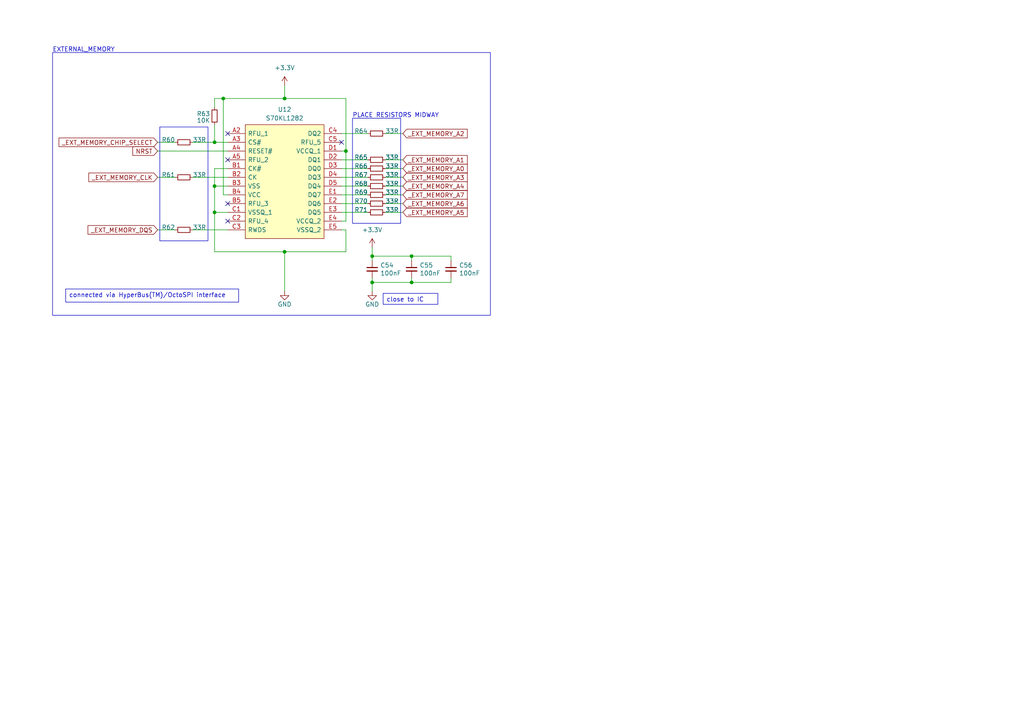
<source format=kicad_sch>
(kicad_sch (version 20231120) (generator "eeschema") (generator_version "8.0")
  (paper "A4")
  (lib_symbols
    (symbol "Device:C_Small" (pin_numbers hide) (pin_names (offset 0.254) hide)
      (property "Reference" "C" (at 0.254 1.778 0))
      (property "Value" "C_Small" (at 0.254 -2.032 0))
      (symbol "C_Small_0_1"
        (polyline (pts (xy -1.524 -0.508) (xy 1.524 -0.508)) (stroke (width 0.3302)))
        (polyline (pts (xy -1.524 0.508) (xy 1.524 0.508)) (stroke (width 0.3048)))
      )
      (symbol "C_Small_1_1"
        (pin passive line (at 0 2.54 270) (length 2.032) (name "~") (number "1"))
        (pin passive line (at 0 -2.54 90) (length 2.032) (name "~") (number "2"))
      )
    )
    (symbol "Device:R_Small" (pin_numbers hide) (pin_names (offset 0.254) hide)
      (property "Reference" "R" (at 0.762 0.508 0))
      (property "Value" "R_Small" (at 0.762 -1.016 0))
      (symbol "R_Small_0_1"
        (rectangle (start -0.762 1.778) (end 0.762 -1.778) (stroke (width 0.2032)))
      )
      (symbol "R_Small_1_1"
        (pin passive line (at 0 2.54 270) (length 0.762) (name "~") (number "1"))
        (pin passive line (at 0 -2.54 90) (length 0.762) (name "~") (number "2"))
      )
    )
    (symbol "S70KL1282:S70KL1282" (pin_names (offset 0.762))
      (property "Reference" "IC" (at 16.51 -33.02 0))
      (property "Value" "S70KL1282" (at 16.51 -35.56 0))
      (symbol "S70KL1282_0_0"
        (pin passive line (at 0 0 0) (length 5.08) (name "RFU_1") (number "A2"))
        (pin passive line (at 0 -2.54 0) (length 5.08) (name "CS#") (number "A3"))
        (pin passive line (at 0 -5.08 0) (length 5.08) (name "RESET#") (number "A4"))
        (pin passive line (at 0 -7.62 0) (length 5.08) (name "RFU_2") (number "A5"))
        (pin passive line (at 0 -10.16 0) (length 5.08) (name "CK#") (number "B1"))
        (pin passive line (at 0 -12.7 0) (length 5.08) (name "CK") (number "B2"))
        (pin passive line (at 0 -15.24 0) (length 5.08) (name "VSS") (number "B3"))
        (pin passive line (at 0 -17.78 0) (length 5.08) (name "VCC") (number "B4"))
        (pin passive line (at 0 -20.32 0) (length 5.08) (name "RFU_3") (number "B5"))
        (pin passive line (at 0 -22.86 0) (length 5.08) (name "VSSQ_1") (number "C1"))
        (pin passive line (at 0 -25.4 0) (length 5.08) (name "RFU_4") (number "C2"))
        (pin passive line (at 0 -27.94 0) (length 5.08) (name "RWDS") (number "C3"))
        (pin passive line (at 33.02 0 180) (length 5.08) (name "DQ2") (number "C4"))
        (pin passive line (at 33.02 -2.54 180) (length 5.08) (name "RFU_5") (number "C5"))
        (pin passive line (at 33.02 -5.08 180) (length 5.08) (name "VCCQ_1") (number "D1"))
        (pin passive line (at 33.02 -7.62 180) (length 5.08) (name "DQ1") (number "D2"))
        (pin passive line (at 33.02 -10.16 180) (length 5.08) (name "DQ0") (number "D3"))
        (pin passive line (at 33.02 -12.7 180) (length 5.08) (name "DQ3") (number "D4"))
        (pin passive line (at 33.02 -15.24 180) (length 5.08) (name "DQ4") (number "D5"))
        (pin passive line (at 33.02 -17.78 180) (length 5.08) (name "DQ7") (number "E1"))
        (pin passive line (at 33.02 -20.32 180) (length 5.08) (name "DQ6") (number "E2"))
        (pin passive line (at 33.02 -22.86 180) (length 5.08) (name "DQ5") (number "E3"))
        (pin passive line (at 33.02 -25.4 180) (length 5.08) (name "VCCQ_2") (number "E4"))
        (pin passive line (at 33.02 -27.94 180) (length 5.08) (name "VSSQ_2") (number "E5"))
      )
      (symbol "S70KL1282_0_1"
        (polyline (pts (xy 5.08 2.54) (xy 27.94 2.54) (xy 27.94 -30.48) (xy 5.08 -30.48) (xy 5.08 2.54)) (stroke (width 0.1524)))
      )
      (symbol "S70KL1282_1_1"
        (rectangle (start 5.08 2.54) (end 27.94 -30.48) (stroke (width -0.0001)) (fill (type background)))
      )
    )
    (symbol "power:+3.3V" (power) (pin_names (offset 0))
      (property "Value" "+3.3V" (at 0 3.556 0))
      (symbol "+3.3V_0_1"
        (polyline (pts (xy -0.762 1.27) (xy 0 2.54)))
        (polyline (pts (xy 0 0) (xy 0 2.54)))
        (polyline (pts (xy 0 2.54) (xy 0.762 1.27)))
      )
      (symbol "+3.3V_1_1"
        (pin power_in line (at 0 0 90) (length 0) hide (name "+3.3V") (number "1"))
      )
    )
    (symbol "power:GND" (power) (pin_names (offset 0))
      (property "Value" "GND" (at 0 -3.81 0))
      (symbol "GND_0_1"
        (polyline (pts (xy 0 0) (xy 0 -1.27) (xy 1.27 -1.27) (xy 0 -2.54) (xy -1.27 -1.27) (xy 0 -1.27)))
      )
      (symbol "GND_1_1"
        (pin power_in line (at 0 0 270) (length 0) hide (name "GND") (number "1"))
      )
    )
  )
  (junction (at 100.33 43.815))
  (junction (at 107.95 74.295))
  (junction (at 62.23 53.975))
  (junction (at 119.38 81.915))
  (junction (at 64.77 28.575))
  (junction (at 119.38 74.295))
  (junction (at 82.55 73.025))
  (junction (at 82.55 28.575))
  (junction (at 62.23 41.275))
  (junction (at 62.23 61.595))
  (junction (at 107.95 81.915))
  (no_connect (at 99.06 41.275))
  (no_connect (at 66.04 46.355))
  (no_connect (at 66.04 38.735))
  (no_connect (at 66.04 59.055))
  (no_connect (at 66.04 64.135))
  (wire (pts (xy 111.76 59.055) (xy 116.84 59.055)))
  (wire (pts (xy 100.33 66.675) (xy 100.33 73.025)))
  (wire (pts (xy 64.77 56.515) (xy 64.77 28.575)))
  (wire (pts (xy 130.81 81.915) (xy 119.38 81.915)))
  (wire (pts (xy 62.23 31.115) (xy 62.23 28.575)))
  (wire (pts (xy 55.88 51.435) (xy 66.04 51.435)))
  (wire (pts (xy 82.55 73.025) (xy 100.33 73.025)))
  (wire (pts (xy 99.06 59.055) (xy 106.68 59.055)))
  (wire (pts (xy 62.23 41.275) (xy 66.04 41.275)))
  (wire (pts (xy 119.38 80.645) (xy 119.38 81.915)))
  (wire (pts (xy 100.33 28.575) (xy 100.33 43.815)))
  (wire (pts (xy 100.33 28.575) (xy 82.55 28.575)))
  (wire (pts (xy 66.04 56.515) (xy 64.77 56.515)))
  (wire (pts (xy 62.23 53.975) (xy 66.04 53.975)))
  (wire (pts (xy 64.77 28.575) (xy 82.55 28.575)))
  (wire (pts (xy 107.95 74.295) (xy 107.95 75.565)))
  (wire (pts (xy 55.88 66.675) (xy 66.04 66.675)))
  (wire (pts (xy 62.23 36.195) (xy 62.23 41.275)))
  (wire (pts (xy 62.23 61.595) (xy 62.23 73.025)))
  (wire (pts (xy 111.76 38.735) (xy 116.84 38.735)))
  (wire (pts (xy 62.23 61.595) (xy 66.04 61.595)))
  (wire (pts (xy 107.95 81.915) (xy 107.95 84.455)))
  (wire (pts (xy 119.38 74.295) (xy 130.81 74.295)))
  (wire (pts (xy 99.06 61.595) (xy 106.68 61.595)))
  (wire (pts (xy 111.76 48.895) (xy 116.84 48.895)))
  (wire (pts (xy 45.72 43.815) (xy 66.04 43.815)))
  (wire (pts (xy 99.06 51.435) (xy 106.68 51.435)))
  (wire (pts (xy 82.55 73.025) (xy 82.55 84.455)))
  (wire (pts (xy 119.38 74.295) (xy 119.38 75.565)))
  (wire (pts (xy 99.06 48.895) (xy 106.68 48.895)))
  (wire (pts (xy 45.72 66.675) (xy 50.8 66.675)))
  (wire (pts (xy 62.23 28.575) (xy 64.77 28.575)))
  (wire (pts (xy 111.76 53.975) (xy 116.84 53.975)))
  (wire (pts (xy 100.33 43.815) (xy 100.33 64.135)))
  (wire (pts (xy 62.23 48.895) (xy 62.23 53.975)))
  (wire (pts (xy 82.55 24.765) (xy 82.55 28.575)))
  (wire (pts (xy 99.06 38.735) (xy 106.68 38.735)))
  (wire (pts (xy 99.06 56.515) (xy 106.68 56.515)))
  (wire (pts (xy 99.06 66.675) (xy 100.33 66.675)))
  (wire (pts (xy 45.72 51.435) (xy 50.8 51.435)))
  (wire (pts (xy 130.81 80.645) (xy 130.81 81.915)))
  (wire (pts (xy 99.06 46.355) (xy 106.68 46.355)))
  (wire (pts (xy 99.06 64.135) (xy 100.33 64.135)))
  (wire (pts (xy 99.06 43.815) (xy 100.33 43.815)))
  (wire (pts (xy 107.95 71.755) (xy 107.95 74.295)))
  (wire (pts (xy 111.76 61.595) (xy 116.84 61.595)))
  (wire (pts (xy 99.06 53.975) (xy 106.68 53.975)))
  (wire (pts (xy 62.23 53.975) (xy 62.23 61.595)))
  (wire (pts (xy 111.76 56.515) (xy 116.84 56.515)))
  (wire (pts (xy 107.95 80.645) (xy 107.95 81.915)))
  (wire (pts (xy 111.76 51.435) (xy 116.84 51.435)))
  (wire (pts (xy 107.95 74.295) (xy 119.38 74.295)))
  (wire (pts (xy 66.04 48.895) (xy 62.23 48.895)))
  (wire (pts (xy 119.38 81.915) (xy 107.95 81.915)))
  (wire (pts (xy 45.72 41.275) (xy 50.8 41.275)))
  (wire (pts (xy 111.76 46.355) (xy 116.84 46.355)))
  (wire (pts (xy 130.81 74.295) (xy 130.81 75.565)))
  (wire (pts (xy 62.23 73.025) (xy 82.55 73.025)))
  (wire (pts (xy 55.88 41.275) (xy 62.23 41.275)))
  (rectangle (start 15.24 15.24) (end 142.24 91.44))
  (rectangle (start 102.235 34.29) (end 116.205 64.77))
  (rectangle (start 46.355 36.83) (end 60.325 69.85))
  (text_box "connected via HyperBus(TM)/OctoSPI interface" (at 19.05 83.82 0) (size 50.165 3.81) (effects (font (size 1.27 1.27)) (justify left top)))
  (text_box "close to IC" (at 111.125 85.09 0) (size 15.875 3.175) (effects (font (size 1.27 1.27)) (justify left top)))
  (text "PLACE RESISTORS MIDWAY" (at 102.235 34.29 0) (effects (font (size 1.27 1.27)) (justify left bottom)))
  (text "EXTERNAL_MEMORY" (at 15.24 15.24 0) (effects (font (size 1.27 1.27)) (justify left bottom)))
  (global_label "_EXT_MEMORY_A7" (shape input) (at 116.84 56.515 0) (property "Intersheetrefs" "${INTERSHEET_REFS}" (effects (hide yes))))
  (global_label "_EXT_MEMORY_A1" (shape input) (at 116.84 46.355 0) (property "Intersheetrefs" "${INTERSHEET_REFS}" (effects (hide yes))))
  (global_label "_EXT_MEMORY_A5" (shape input) (at 116.84 61.595 0) (property "Intersheetrefs" "${INTERSHEET_REFS}" (effects (hide yes))))
  (global_label "_EXT_MEMORY_A2" (shape input) (at 116.84 38.735 0) (property "Intersheetrefs" "${INTERSHEET_REFS}" (effects (hide yes))))
  (global_label "_EXT_MEMORY_CHIP_SELECT" (shape input) (at 45.72 41.275 180) (property "Intersheetrefs" "${INTERSHEET_REFS}" (effects (hide yes))))
  (global_label "_EXT_MEMORY_CLK" (shape input) (at 45.72 51.435 180) (property "Intersheetrefs" "${INTERSHEET_REFS}" (effects (hide yes))))
  (global_label "_EXT_MEMORY_DQS" (shape input) (at 45.72 66.675 180) (property "Intersheetrefs" "${INTERSHEET_REFS}" (effects (hide yes))))
  (global_label "NRST" (shape input) (at 45.72 43.815 180) (property "Intersheetrefs" "${INTERSHEET_REFS}" (effects (hide yes))))
  (global_label "_EXT_MEMORY_A3" (shape input) (at 116.84 51.435 0) (property "Intersheetrefs" "${INTERSHEET_REFS}" (effects (hide yes))))
  (global_label "_EXT_MEMORY_A6" (shape input) (at 116.84 59.055 0) (property "Intersheetrefs" "${INTERSHEET_REFS}" (effects (hide yes))))
  (global_label "_EXT_MEMORY_A4" (shape input) (at 116.84 53.975 0) (property "Intersheetrefs" "${INTERSHEET_REFS}" (effects (hide yes))))
  (global_label "_EXT_MEMORY_A0" (shape input) (at 116.84 48.895 0) (property "Intersheetrefs" "${INTERSHEET_REFS}" (effects (hide yes))))
  (symbol (lib_id "Device:R_Small") (at 109.22 56.515 90) (unit 1)
    (property "Reference" "R69" (at 106.68 56.515 90) (effects (justify left top)))
    (property "Value" "33R" (at 111.76 56.515 90) (effects (justify right top)))
    (property "Footprint" "Resistor_SMD:R_0402_1005Metric" (effects (hide yes)))
    (property "Description" "62.5mW" (effects (hide yes)))
    (property "JLCPCB" "C138002" (effects (hide yes)))
  )
  (symbol (lib_id "Device:R_Small") (at 53.34 41.275 90) (unit 1)
    (property "Reference" "R60" (at 50.8 41.275 90) (effects (justify left top)))
    (property "Value" "33R" (at 55.88 41.275 90) (effects (justify right top)))
    (property "Footprint" "Resistor_SMD:R_0402_1005Metric" (effects (hide yes)))
    (property "Description" "62.5mW" (effects (hide yes)))
    (property "JLCPCB" "C138002" (effects (hide yes)))
  )
  (symbol (lib_id "Device:R_Small") (at 53.34 66.675 90) (unit 1)
    (property "Reference" "R62" (at 50.8 66.675 90) (effects (justify left top)))
    (property "Value" "33R" (at 55.88 66.675 90) (effects (justify right top)))
    (property "Footprint" "Resistor_SMD:R_0402_1005Metric" (effects (hide yes)))
    (property "Description" "62.5mW" (effects (hide yes)))
    (property "JLCPCB" "C138002" (effects (hide yes)))
  )
  (symbol (lib_id "Device:C_Small") (at 107.95 78.105 0) (unit 1)
    (property "Reference" "C54" (at 110.2868 76.9366 0) (effects (justify left)))
    (property "Value" "100nF" (at 110.2868 79.248 0) (effects (justify left)))
    (property "Footprint" "Capacitor_SMD:C_0402_1005Metric" (effects (hide yes)))
    (property "Description" "16V" (effects (hide yes)))
    (property "JLCPCB" "C1525" (effects (hide yes)))
  )
  (symbol (lib_id "power:GND") (at 107.95 84.455 0) (unit 1)
    (property "Reference" "#PWR093" (effects (hide yes)))
    (property "Value" "GND" (at 107.95 88.265 0))
  )
  (symbol (lib_id "Device:C_Small") (at 130.81 78.105 0) (unit 1)
    (property "Reference" "C56" (at 133.1468 76.9366 0) (effects (justify left)))
    (property "Value" "100nF" (at 133.1468 79.248 0) (effects (justify left)))
    (property "Footprint" "Capacitor_SMD:C_0402_1005Metric" (effects (hide yes)))
    (property "Description" "16V" (effects (hide yes)))
    (property "JLCPCB" "C1525" (effects (hide yes)))
  )
  (symbol (lib_id "Device:R_Small") (at 109.22 46.355 90) (unit 1)
    (property "Reference" "R65" (at 106.68 46.355 90) (effects (justify left top)))
    (property "Value" "33R" (at 111.76 46.355 90) (effects (justify right top)))
    (property "Footprint" "Resistor_SMD:R_0402_1005Metric" (effects (hide yes)))
    (property "Description" "62.5mW" (effects (hide yes)))
    (property "JLCPCB" "C138002" (effects (hide yes)))
  )
  (symbol (lib_id "power:GND") (at 82.55 84.455 0) (unit 1)
    (property "Reference" "#PWR091" (effects (hide yes)))
    (property "Value" "GND" (at 82.55 88.265 0))
  )
  (symbol (lib_id "Device:R_Small") (at 109.22 61.595 90) (unit 1)
    (property "Reference" "R71" (at 106.68 61.595 90) (effects (justify left top)))
    (property "Value" "33R" (at 111.76 61.595 90) (effects (justify right top)))
    (property "Footprint" "Resistor_SMD:R_0402_1005Metric" (effects (hide yes)))
    (property "Description" "62.5mW" (effects (hide yes)))
    (property "JLCPCB" "C138002" (effects (hide yes)))
  )
  (symbol (lib_id "Device:R_Small") (at 109.22 48.895 90) (unit 1)
    (property "Reference" "R66" (at 106.68 48.895 90) (effects (justify left top)))
    (property "Value" "33R" (at 111.76 48.895 90) (effects (justify right top)))
    (property "Footprint" "Resistor_SMD:R_0402_1005Metric" (effects (hide yes)))
    (property "Description" "62.5mW" (effects (hide yes)))
    (property "JLCPCB" "C138002" (effects (hide yes)))
  )
  (symbol (lib_id "Device:C_Small") (at 119.38 78.105 0) (unit 1)
    (property "Reference" "C55" (at 121.7168 76.9366 0) (effects (justify left)))
    (property "Value" "100nF" (at 121.7168 79.248 0) (effects (justify left)))
    (property "Footprint" "Capacitor_SMD:C_0402_1005Metric" (effects (hide yes)))
    (property "Description" "16V" (effects (hide yes)))
    (property "JLCPCB" "C1525" (effects (hide yes)))
  )
  (symbol (lib_id "Device:R_Small") (at 109.22 59.055 90) (unit 1)
    (property "Reference" "R70" (at 106.68 59.055 90) (effects (justify left top)))
    (property "Value" "33R" (at 111.76 59.055 90) (effects (justify right top)))
    (property "Footprint" "Resistor_SMD:R_0402_1005Metric" (effects (hide yes)))
    (property "Description" "62.5mW" (effects (hide yes)))
    (property "JLCPCB" "C138002" (effects (hide yes)))
  )
  (symbol (lib_id "Device:R_Small") (at 62.23 33.655 0) (mirror x) (unit 1)
    (property "Reference" "R63" (at 60.96 33.02 0) (effects (justify right)))
    (property "Value" "10K" (at 60.96 34.925 0) (effects (justify right)))
    (property "Footprint" "Resistor_SMD:R_0402_1005Metric" (effects (hide yes)))
    (property "Description" "62.5mW" (effects (hide yes)))
    (property "JLCPCB" "C25744" (effects (hide yes)))
  )
  (symbol (lib_id "Device:R_Small") (at 109.22 38.735 90) (unit 1)
    (property "Reference" "R64" (at 106.68 38.735 90) (effects (justify left top)))
    (property "Value" "33R" (at 111.76 38.735 90) (effects (justify right top)))
    (property "Footprint" "Resistor_SMD:R_0402_1005Metric" (effects (hide yes)))
    (property "Description" "62.5mW" (effects (hide yes)))
    (property "JLCPCB" "C138002" (effects (hide yes)))
  )
  (symbol (lib_id "S70KL1282:S70KL1282") (at 66.04 38.735 0) (unit 1)
    (property "Reference" "U12" (at 82.55 31.75 0))
    (property "Value" "S70KL1282" (at 82.55 34.29 0))
    (property "Footprint" "S70KL1282:BGA24C100P5X5_600X800X100" (effects (hide yes)))
    (property "Datasheet" "https://www.infineon.com/dgdl/Infineon-S70KL1282_S70KS1282_3.0_V_1.8_V_128_Mb_(16_MB)_HYPERBUS_INTERFACE_HYPERRAM_(SELF-REFRESH_DRAM)-DataSheet-v02_00-EN.pdf?fileId=8ac78c8c7d0d8da4017d0ee9315b7210" (effects (hide yes)))
    (property "Description" "S70KL1282GABHV020" (effects (hide yes)))
    (property "JLCPCB" "C7428856" (effects (hide yes)))
  )
  (symbol (lib_id "Device:R_Small") (at 109.22 51.435 90) (unit 1)
    (property "Reference" "R67" (at 106.68 51.435 90) (effects (justify left top)))
    (property "Value" "33R" (at 111.76 51.435 90) (effects (justify right top)))
    (property "Footprint" "Resistor_SMD:R_0402_1005Metric" (effects (hide yes)))
    (property "Description" "62.5mW" (effects (hide yes)))
    (property "JLCPCB" "C138002" (effects (hide yes)))
  )
  (symbol (lib_id "power:+3.3V") (at 82.55 24.765 0) (unit 1)
    (property "Reference" "#PWR090" (effects (hide yes)))
    (property "Value" "+3.3V" (at 82.55 19.685 0))
  )
  (symbol (lib_id "power:+3.3V") (at 107.95 71.755 0) (unit 1)
    (property "Reference" "#PWR092" (effects (hide yes)))
    (property "Value" "+3.3V" (at 107.95 66.675 0))
  )
  (symbol (lib_id "Device:R_Small") (at 109.22 53.975 90) (unit 1)
    (property "Reference" "R68" (at 106.68 53.975 90) (effects (justify left top)))
    (property "Value" "33R" (at 111.76 53.975 90) (effects (justify right top)))
    (property "Footprint" "Resistor_SMD:R_0402_1005Metric" (effects (hide yes)))
    (property "Description" "62.5mW" (effects (hide yes)))
    (property "JLCPCB" "C138002" (effects (hide yes)))
  )
  (symbol (lib_id "Device:R_Small") (at 53.34 51.435 90) (unit 1)
    (property "Reference" "R61" (at 50.8 51.435 90) (effects (justify left top)))
    (property "Value" "33R" (at 55.88 51.435 90) (effects (justify right top)))
    (property "Footprint" "Resistor_SMD:R_0402_1005Metric" (effects (hide yes)))
    (property "Description" "62.5mW" (effects (hide yes)))
    (property "JLCPCB" "C138002" (effects (hide yes)))
  )
)
</source>
